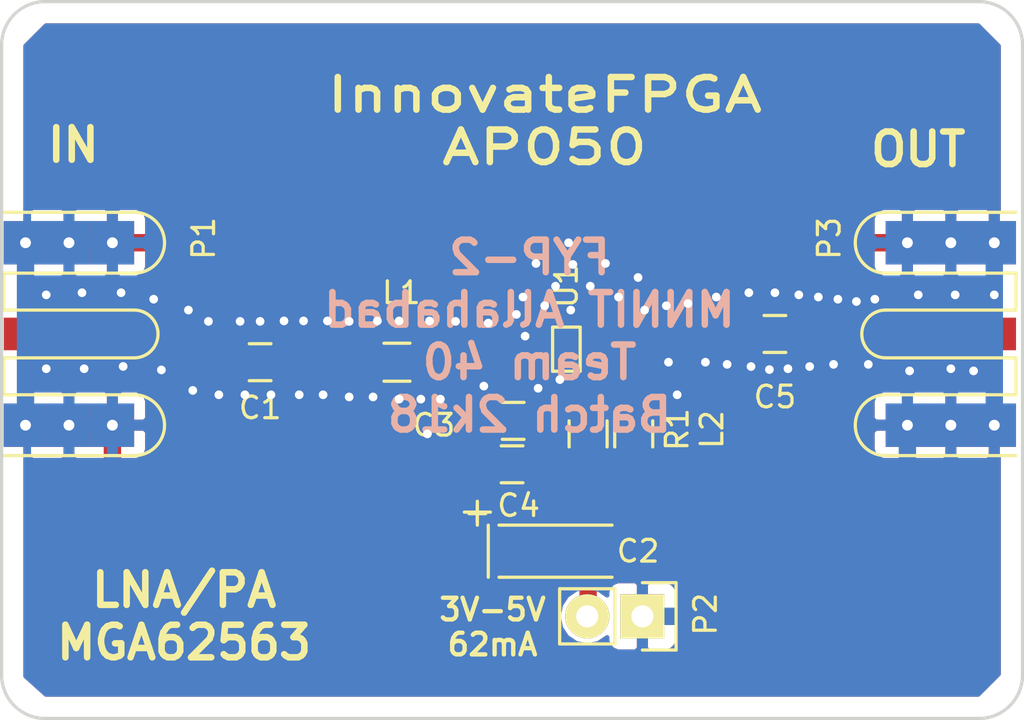
<source format=kicad_pcb>
(kicad_pcb (version 4) (host pcbnew 4.0.2+dfsg1-stable)

  (general
    (links 30)
    (no_connects 0)
    (area 134.924999 81.924999 182.075001 115.075001)
    (thickness 1.6)
    (drawings 14)
    (tracks 171)
    (zones 0)
    (modules 12)
    (nets 9)
  )

  (page A4)
  (layers
    (0 F.Cu signal)
    (31 B.Cu signal)
    (32 B.Adhes user)
    (33 F.Adhes user)
    (34 B.Paste user)
    (35 F.Paste user)
    (36 B.SilkS user)
    (37 F.SilkS user)
    (38 B.Mask user)
    (39 F.Mask user)
    (40 Dwgs.User user)
    (41 Cmts.User user)
    (42 Eco1.User user)
    (43 Eco2.User user)
    (44 Edge.Cuts user)
    (45 Margin user)
    (46 B.CrtYd user)
    (47 F.CrtYd user)
    (48 B.Fab user)
    (49 F.Fab user)
  )

  (setup
    (last_trace_width 0.25)
    (user_trace_width 0.8)
    (trace_clearance 0.2)
    (zone_clearance 0.508)
    (zone_45_only no)
    (trace_min 0.2)
    (segment_width 0.2)
    (edge_width 0.15)
    (via_size 0.6)
    (via_drill 0.4)
    (via_min_size 0.4)
    (via_min_drill 0.3)
    (user_via 0.4 0.3)
    (uvia_size 0.3)
    (uvia_drill 0.1)
    (uvias_allowed no)
    (uvia_min_size 0.2)
    (uvia_min_drill 0.1)
    (pcb_text_width 0.3)
    (pcb_text_size 1.5 1.5)
    (mod_edge_width 0.15)
    (mod_text_size 1 1)
    (mod_text_width 0.15)
    (pad_size 1.524 1.524)
    (pad_drill 0.762)
    (pad_to_mask_clearance 0.2)
    (aux_axis_origin 0 0)
    (visible_elements FFFFFF7F)
    (pcbplotparams
      (layerselection 0x00030_80000001)
      (usegerberextensions false)
      (excludeedgelayer true)
      (linewidth 0.100000)
      (plotframeref false)
      (viasonmask false)
      (mode 1)
      (useauxorigin false)
      (hpglpennumber 1)
      (hpglpenspeed 20)
      (hpglpendiameter 15)
      (hpglpenoverlay 2)
      (psnegative false)
      (psa4output false)
      (plotreference true)
      (plotvalue true)
      (plotinvisibletext false)
      (padsonsilk false)
      (subtractmaskfromsilk false)
      (outputformat 1)
      (mirror false)
      (drillshape 1)
      (scaleselection 1)
      (outputdirectory ""))
  )

  (net 0 "")
  (net 1 "Net-(C1-Pad1)")
  (net 2 "Net-(C1-Pad2)")
  (net 3 "Net-(C2-Pad2)")
  (net 4 GND)
  (net 5 "Net-(C5-Pad1)")
  (net 6 "Net-(C5-Pad2)")
  (net 7 "Net-(L1-Pad1)")
  (net 8 "Net-(R1-Pad2)")

  (net_class Default "This is the default net class."
    (clearance 0.2)
    (trace_width 0.25)
    (via_dia 0.6)
    (via_drill 0.4)
    (uvia_dia 0.3)
    (uvia_drill 0.1)
    (add_net GND)
    (add_net "Net-(C1-Pad1)")
    (add_net "Net-(C1-Pad2)")
    (add_net "Net-(C2-Pad2)")
    (add_net "Net-(C5-Pad1)")
    (add_net "Net-(C5-Pad2)")
    (add_net "Net-(L1-Pad1)")
    (add_net "Net-(R1-Pad2)")
  )

  (module Capacitors_Tantalum_SMD:TantalC_SizeA_EIA-3216_Wave (layer F.Cu) (tedit 0) (tstamp 5ABF61EE)
    (at 160.5 107.3)
    (descr "Tantal Cap. , Size A, EIA-3216, Wave,")
    (tags "Tantal Cap. , Size A, EIA-3216, Wave,")
    (path /5ABF5A11)
    (attr smd)
    (fp_text reference C2 (at 3.8 0) (layer F.SilkS)
      (effects (font (size 1 1) (thickness 0.15)))
    )
    (fp_text value 4.7u (at -0.1011 2.5964) (layer F.Fab)
      (effects (font (size 1 1) (thickness 0.15)))
    )
    (fp_text user + (at -3.59918 -1.80086) (layer F.SilkS)
      (effects (font (size 1 1) (thickness 0.15)))
    )
    (fp_line (start -2.60096 1.19888) (end 2.60096 1.19888) (layer F.SilkS) (width 0.15))
    (fp_line (start 2.60096 -1.19888) (end -2.60096 -1.19888) (layer F.SilkS) (width 0.15))
    (fp_line (start -3.59918 -2.2987) (end -3.59918 -1.19888) (layer F.SilkS) (width 0.15))
    (fp_line (start -4.19862 -1.79832) (end -2.99974 -1.79832) (layer F.SilkS) (width 0.15))
    (fp_line (start -3.09626 -1.19888) (end -3.09626 1.19888) (layer F.SilkS) (width 0.15))
    (pad 2 smd rect (at 1.50114 0) (size 2.14884 1.50114) (layers F.Cu F.Paste F.Mask)
      (net 3 "Net-(C2-Pad2)"))
    (pad 1 smd rect (at -1.50114 0) (size 2.14884 1.50114) (layers F.Cu F.Paste F.Mask)
      (net 4 GND))
    (model Capacitors_Tantalum_SMD.3dshapes/TantalC_SizeA_EIA-3216_Wave.wrl
      (at (xyz 0 0 0))
      (scale (xyz 1 1 1))
      (rotate (xyz 0 0 180))
    )
  )

  (module DAQ:SMA (layer F.Cu) (tedit 5ABB7DF9) (tstamp 5ABF6217)
    (at 137.1 97.3 90)
    (path /5ABF4776)
    (fp_text reference P1 (at 4.4 7.2 90) (layer F.SilkS)
      (effects (font (size 1 1) (thickness 0.15)))
    )
    (fp_text value SMA (at 7.3 1.2 90) (layer F.Fab)
      (effects (font (size 1 1) (thickness 0.15)))
    )
    (fp_arc (start 4.2 4) (end 5.6 4) (angle 180) (layer F.SilkS) (width 0.15))
    (fp_line (start 2.8 -2) (end 2.8 4) (layer F.SilkS) (width 0.15))
    (fp_line (start 1.1 -2) (end 2.8 -2) (layer F.SilkS) (width 0.15))
    (fp_line (start 1.1 4) (end 1.1 -2) (layer F.SilkS) (width 0.15))
    (fp_arc (start 0 4) (end 1.1 4) (angle 180) (layer F.SilkS) (width 0.15))
    (fp_line (start -1.1 -2) (end -1.1 4) (layer F.SilkS) (width 0.15))
    (fp_line (start -2.8 -2) (end -1.1 -2) (layer F.SilkS) (width 0.15))
    (fp_line (start -2.8 4) (end -2.8 -2) (layer F.SilkS) (width 0.15))
    (fp_arc (start -4.2 4) (end -2.8 4) (angle 180) (layer F.SilkS) (width 0.15))
    (fp_line (start 5.6 -2) (end 5.6 4) (layer F.SilkS) (width 0.15))
    (fp_line (start -5.6 -2) (end -5.6 4) (layer F.SilkS) (width 0.15))
    (pad 2 thru_hole rect (at -4.2 -1 90) (size 2 2) (drill 0.5) (layers *.Cu *.Paste *.Mask)
      (net 4 GND))
    (pad 2 thru_hole rect (at -4.2 1 90) (size 2 2) (drill 0.5) (layers *.Cu *.Paste *.Mask)
      (net 4 GND))
    (pad 2 thru_hole rect (at -4.2 3 90) (size 2 2) (drill 0.5) (layers *.Cu *.Paste *.Mask)
      (net 4 GND))
    (pad 2 thru_hole rect (at 4.2 -1 90) (size 2 2) (drill 0.5) (layers *.Cu *.Paste *.Mask)
      (net 4 GND))
    (pad 2 thru_hole rect (at 4.2 1 90) (size 2 2) (drill 0.5) (layers *.Cu *.Paste *.Mask)
      (net 4 GND))
    (pad 2 thru_hole rect (at 4.2 3 90) (size 2 2) (drill 0.5) (layers *.Cu *.Paste *.Mask)
      (net 4 GND))
    (pad 1 smd rect (at 0 1 90) (size 1.5 6) (layers F.Cu F.Paste F.Mask)
      (net 2 "Net-(C1-Pad2)"))
    (model "../../../../../media/subha/Study Materials/Git/Microwave_Sensor_FYP2/KiCAD_PCB_Design/DAQ/SMA_Board_Edge_Molex_732511150.wrl"
      (at (xyz 0 0.075 0))
      (scale (xyz 0.4 0.4 0.4))
      (rotate (xyz 0 0 180))
    )
  )

  (module Pin_Headers:Pin_Header_Straight_1x02 (layer F.Cu) (tedit 54EA090C) (tstamp 5ABF621D)
    (at 164.5 110.3 270)
    (descr "Through hole pin header")
    (tags "pin header")
    (path /5ABF5804)
    (fp_text reference P2 (at -0.1 -2.9 270) (layer F.SilkS)
      (effects (font (size 1 1) (thickness 0.15)))
    )
    (fp_text value 3V_SUPPLY (at -2.5 -3.46 270) (layer F.Fab)
      (effects (font (size 1 1) (thickness 0.15)))
    )
    (fp_line (start 1.27 1.27) (end 1.27 3.81) (layer F.SilkS) (width 0.15))
    (fp_line (start 1.55 -1.55) (end 1.55 0) (layer F.SilkS) (width 0.15))
    (fp_line (start -1.75 -1.75) (end -1.75 4.3) (layer F.CrtYd) (width 0.05))
    (fp_line (start 1.75 -1.75) (end 1.75 4.3) (layer F.CrtYd) (width 0.05))
    (fp_line (start -1.75 -1.75) (end 1.75 -1.75) (layer F.CrtYd) (width 0.05))
    (fp_line (start -1.75 4.3) (end 1.75 4.3) (layer F.CrtYd) (width 0.05))
    (fp_line (start 1.27 1.27) (end -1.27 1.27) (layer F.SilkS) (width 0.15))
    (fp_line (start -1.55 0) (end -1.55 -1.55) (layer F.SilkS) (width 0.15))
    (fp_line (start -1.55 -1.55) (end 1.55 -1.55) (layer F.SilkS) (width 0.15))
    (fp_line (start -1.27 1.27) (end -1.27 3.81) (layer F.SilkS) (width 0.15))
    (fp_line (start -1.27 3.81) (end 1.27 3.81) (layer F.SilkS) (width 0.15))
    (pad 1 thru_hole rect (at 0 0 270) (size 2.032 2.032) (drill 1.016) (layers *.Cu *.Mask F.SilkS)
      (net 4 GND))
    (pad 2 thru_hole oval (at 0 2.54 270) (size 2.032 2.032) (drill 1.016) (layers *.Cu *.Mask F.SilkS)
      (net 3 "Net-(C2-Pad2)"))
    (model Pin_Headers.3dshapes/Pin_Header_Straight_1x02.wrl
      (at (xyz 0 -0.05 0))
      (scale (xyz 1 1 1))
      (rotate (xyz 0 0 90))
    )
  )

  (module DAQ:SMA (layer F.Cu) (tedit 5ABB7DF9) (tstamp 5ABF6228)
    (at 179.7 97.3 270)
    (path /5ABF4FDA)
    (fp_text reference P3 (at -4.4 6.6 270) (layer F.SilkS)
      (effects (font (size 1 1) (thickness 0.15)))
    )
    (fp_text value SMA (at 7.3 1.2 270) (layer F.Fab)
      (effects (font (size 1 1) (thickness 0.15)))
    )
    (fp_arc (start 4.2 4) (end 5.6 4) (angle 180) (layer F.SilkS) (width 0.15))
    (fp_line (start 2.8 -2) (end 2.8 4) (layer F.SilkS) (width 0.15))
    (fp_line (start 1.1 -2) (end 2.8 -2) (layer F.SilkS) (width 0.15))
    (fp_line (start 1.1 4) (end 1.1 -2) (layer F.SilkS) (width 0.15))
    (fp_arc (start 0 4) (end 1.1 4) (angle 180) (layer F.SilkS) (width 0.15))
    (fp_line (start -1.1 -2) (end -1.1 4) (layer F.SilkS) (width 0.15))
    (fp_line (start -2.8 -2) (end -1.1 -2) (layer F.SilkS) (width 0.15))
    (fp_line (start -2.8 4) (end -2.8 -2) (layer F.SilkS) (width 0.15))
    (fp_arc (start -4.2 4) (end -2.8 4) (angle 180) (layer F.SilkS) (width 0.15))
    (fp_line (start 5.6 -2) (end 5.6 4) (layer F.SilkS) (width 0.15))
    (fp_line (start -5.6 -2) (end -5.6 4) (layer F.SilkS) (width 0.15))
    (pad 2 thru_hole rect (at -4.2 -1 270) (size 2 2) (drill 0.5) (layers *.Cu *.Paste *.Mask)
      (net 4 GND))
    (pad 2 thru_hole rect (at -4.2 1 270) (size 2 2) (drill 0.5) (layers *.Cu *.Paste *.Mask)
      (net 4 GND))
    (pad 2 thru_hole rect (at -4.2 3 270) (size 2 2) (drill 0.5) (layers *.Cu *.Paste *.Mask)
      (net 4 GND))
    (pad 2 thru_hole rect (at 4.2 -1 270) (size 2 2) (drill 0.5) (layers *.Cu *.Paste *.Mask)
      (net 4 GND))
    (pad 2 thru_hole rect (at 4.2 1 270) (size 2 2) (drill 0.5) (layers *.Cu *.Paste *.Mask)
      (net 4 GND))
    (pad 2 thru_hole rect (at 4.2 3 270) (size 2 2) (drill 0.5) (layers *.Cu *.Paste *.Mask)
      (net 4 GND))
    (pad 1 smd rect (at 0 1 270) (size 1.5 6) (layers F.Cu F.Paste F.Mask)
      (net 5 "Net-(C5-Pad1)"))
    (model "../../../../../media/subha/Study Materials/Git/Microwave_Sensor_FYP2/KiCAD_PCB_Design/DAQ/SMA_Board_Edge_Molex_732511150.wrl"
      (at (xyz 0 0.075 0))
      (scale (xyz 0.4 0.4 0.4))
      (rotate (xyz 0 0 180))
    )
  )

  (module DAQ:SOT-363 (layer F.Cu) (tedit 5ABF6141) (tstamp 5ABF6238)
    (at 161 98)
    (descr SOT353)
    (path /5ABF554F)
    (attr smd)
    (fp_text reference U1 (at 0 -2.9 90) (layer F.SilkS)
      (effects (font (size 1 1) (thickness 0.15)))
    )
    (fp_text value MGA-62563 (at 0.09906 0 90) (layer F.Fab)
      (effects (font (size 1 1) (thickness 0.15)))
    )
    (fp_line (start 0.635 1.016) (end 0.635 -1.016) (layer F.SilkS) (width 0.15))
    (fp_line (start 0.635 -1.016) (end -0.635 -1.016) (layer F.SilkS) (width 0.15))
    (fp_line (start -0.635 -1.016) (end -0.635 1.016) (layer F.SilkS) (width 0.15))
    (fp_line (start -0.635 1.016) (end 0.635 1.016) (layer F.SilkS) (width 0.15))
    (pad 1 smd rect (at -1.016 -0.635) (size 0.508 0.3048) (layers F.Cu F.Paste F.Mask)
      (net 4 GND))
    (pad 3 smd rect (at -1.016 0.635) (size 0.508 0.3048) (layers F.Cu F.Paste F.Mask)
      (net 7 "Net-(L1-Pad1)"))
    (pad 5 smd rect (at 1.016 0) (size 0.508 0.3048) (layers F.Cu F.Paste F.Mask)
      (net 4 GND))
    (pad 2 smd rect (at -1.016 0) (size 0.508 0.3048) (layers F.Cu F.Paste F.Mask)
      (net 4 GND))
    (pad 4 smd rect (at 1.016 0.635) (size 0.508 0.3048) (layers F.Cu F.Paste F.Mask)
      (net 8 "Net-(R1-Pad2)"))
    (pad 6 smd rect (at 1.016 -0.7) (size 0.508 0.3048) (layers F.Cu F.Paste F.Mask)
      (net 6 "Net-(C5-Pad2)"))
    (model TO_SOT_Packages_SMD.3dshapes/SOT-353.wrl
      (at (xyz 0 0 0))
      (scale (xyz 0.07000000000000001 0.09 0.08))
      (rotate (xyz 0 0 90))
    )
  )

  (module Capacitors_SMD:C_0805_HandSoldering (layer F.Cu) (tedit 541A9B8D) (tstamp 5ABF6E1D)
    (at 146.9 98.6 180)
    (descr "Capacitor SMD 0805, hand soldering")
    (tags "capacitor 0805")
    (path /5ABF47BB)
    (attr smd)
    (fp_text reference C1 (at 0 -2.1 180) (layer F.SilkS)
      (effects (font (size 1 1) (thickness 0.15)))
    )
    (fp_text value 10p (at 0 2.1 180) (layer F.Fab)
      (effects (font (size 1 1) (thickness 0.15)))
    )
    (fp_line (start -2.3 -1) (end 2.3 -1) (layer F.CrtYd) (width 0.05))
    (fp_line (start -2.3 1) (end 2.3 1) (layer F.CrtYd) (width 0.05))
    (fp_line (start -2.3 -1) (end -2.3 1) (layer F.CrtYd) (width 0.05))
    (fp_line (start 2.3 -1) (end 2.3 1) (layer F.CrtYd) (width 0.05))
    (fp_line (start 0.5 -0.85) (end -0.5 -0.85) (layer F.SilkS) (width 0.15))
    (fp_line (start -0.5 0.85) (end 0.5 0.85) (layer F.SilkS) (width 0.15))
    (pad 1 smd rect (at -1.25 0 180) (size 1.5 1.25) (layers F.Cu F.Paste F.Mask)
      (net 1 "Net-(C1-Pad1)"))
    (pad 2 smd rect (at 1.25 0 180) (size 1.5 1.25) (layers F.Cu F.Paste F.Mask)
      (net 2 "Net-(C1-Pad2)"))
    (model Capacitors_SMD.3dshapes/C_0805_HandSoldering.wrl
      (at (xyz 0 0 0))
      (scale (xyz 1 1 1))
      (rotate (xyz 0 0 0))
    )
  )

  (module Capacitors_SMD:C_0805_HandSoldering (layer F.Cu) (tedit 541A9B8D) (tstamp 5ABF6E23)
    (at 158.55 101.3)
    (descr "Capacitor SMD 0805, hand soldering")
    (tags "capacitor 0805")
    (path /5ABF622B)
    (attr smd)
    (fp_text reference C3 (at -3.65 0.2) (layer F.SilkS)
      (effects (font (size 1 1) (thickness 0.15)))
    )
    (fp_text value 180p (at 0 2.1) (layer F.Fab)
      (effects (font (size 1 1) (thickness 0.15)))
    )
    (fp_line (start -2.3 -1) (end 2.3 -1) (layer F.CrtYd) (width 0.05))
    (fp_line (start -2.3 1) (end 2.3 1) (layer F.CrtYd) (width 0.05))
    (fp_line (start -2.3 -1) (end -2.3 1) (layer F.CrtYd) (width 0.05))
    (fp_line (start 2.3 -1) (end 2.3 1) (layer F.CrtYd) (width 0.05))
    (fp_line (start 0.5 -0.85) (end -0.5 -0.85) (layer F.SilkS) (width 0.15))
    (fp_line (start -0.5 0.85) (end 0.5 0.85) (layer F.SilkS) (width 0.15))
    (pad 1 smd rect (at -1.25 0) (size 1.5 1.25) (layers F.Cu F.Paste F.Mask)
      (net 4 GND))
    (pad 2 smd rect (at 1.25 0) (size 1.5 1.25) (layers F.Cu F.Paste F.Mask)
      (net 3 "Net-(C2-Pad2)"))
    (model Capacitors_SMD.3dshapes/C_0805_HandSoldering.wrl
      (at (xyz 0 0 0))
      (scale (xyz 1 1 1))
      (rotate (xyz 0 0 0))
    )
  )

  (module Capacitors_SMD:C_0805_HandSoldering (layer F.Cu) (tedit 541A9B8D) (tstamp 5ABF6E29)
    (at 158.5 103.3)
    (descr "Capacitor SMD 0805, hand soldering")
    (tags "capacitor 0805")
    (path /5ABF4F71)
    (attr smd)
    (fp_text reference C4 (at 0.3 1.9) (layer F.SilkS)
      (effects (font (size 1 1) (thickness 0.15)))
    )
    (fp_text value 180p (at 0 2.1) (layer F.Fab)
      (effects (font (size 1 1) (thickness 0.15)))
    )
    (fp_line (start -2.3 -1) (end 2.3 -1) (layer F.CrtYd) (width 0.05))
    (fp_line (start -2.3 1) (end 2.3 1) (layer F.CrtYd) (width 0.05))
    (fp_line (start -2.3 -1) (end -2.3 1) (layer F.CrtYd) (width 0.05))
    (fp_line (start 2.3 -1) (end 2.3 1) (layer F.CrtYd) (width 0.05))
    (fp_line (start 0.5 -0.85) (end -0.5 -0.85) (layer F.SilkS) (width 0.15))
    (fp_line (start -0.5 0.85) (end 0.5 0.85) (layer F.SilkS) (width 0.15))
    (pad 1 smd rect (at -1.25 0) (size 1.5 1.25) (layers F.Cu F.Paste F.Mask)
      (net 4 GND))
    (pad 2 smd rect (at 1.25 0) (size 1.5 1.25) (layers F.Cu F.Paste F.Mask)
      (net 3 "Net-(C2-Pad2)"))
    (model Capacitors_SMD.3dshapes/C_0805_HandSoldering.wrl
      (at (xyz 0 0 0))
      (scale (xyz 1 1 1))
      (rotate (xyz 0 0 0))
    )
  )

  (module Capacitors_SMD:C_0805_HandSoldering (layer F.Cu) (tedit 541A9B8D) (tstamp 5ABF6E2F)
    (at 170.6 97.3 180)
    (descr "Capacitor SMD 0805, hand soldering")
    (tags "capacitor 0805")
    (path /5ABF65C8)
    (attr smd)
    (fp_text reference C5 (at 0 -2.9 180) (layer F.SilkS)
      (effects (font (size 1 1) (thickness 0.15)))
    )
    (fp_text value 10p (at 0 2.1 180) (layer F.Fab)
      (effects (font (size 1 1) (thickness 0.15)))
    )
    (fp_line (start -2.3 -1) (end 2.3 -1) (layer F.CrtYd) (width 0.05))
    (fp_line (start -2.3 1) (end 2.3 1) (layer F.CrtYd) (width 0.05))
    (fp_line (start -2.3 -1) (end -2.3 1) (layer F.CrtYd) (width 0.05))
    (fp_line (start 2.3 -1) (end 2.3 1) (layer F.CrtYd) (width 0.05))
    (fp_line (start 0.5 -0.85) (end -0.5 -0.85) (layer F.SilkS) (width 0.15))
    (fp_line (start -0.5 0.85) (end 0.5 0.85) (layer F.SilkS) (width 0.15))
    (pad 1 smd rect (at -1.25 0 180) (size 1.5 1.25) (layers F.Cu F.Paste F.Mask)
      (net 5 "Net-(C5-Pad1)"))
    (pad 2 smd rect (at 1.25 0 180) (size 1.5 1.25) (layers F.Cu F.Paste F.Mask)
      (net 6 "Net-(C5-Pad2)"))
    (model Capacitors_SMD.3dshapes/C_0805_HandSoldering.wrl
      (at (xyz 0 0 0))
      (scale (xyz 1 1 1))
      (rotate (xyz 0 0 0))
    )
  )

  (module Resistors_SMD:R_0805_HandSoldering (layer F.Cu) (tedit 54189DEE) (tstamp 5ABF6E35)
    (at 162 101.9 90)
    (descr "Resistor SMD 0805, hand soldering")
    (tags "resistor 0805")
    (path /5ABF4F19)
    (attr smd)
    (fp_text reference R1 (at 0.2 4.1 90) (layer F.SilkS)
      (effects (font (size 1 1) (thickness 0.15)))
    )
    (fp_text value 220 (at 0 2.1 90) (layer F.Fab)
      (effects (font (size 1 1) (thickness 0.15)))
    )
    (fp_line (start -2.4 -1) (end 2.4 -1) (layer F.CrtYd) (width 0.05))
    (fp_line (start -2.4 1) (end 2.4 1) (layer F.CrtYd) (width 0.05))
    (fp_line (start -2.4 -1) (end -2.4 1) (layer F.CrtYd) (width 0.05))
    (fp_line (start 2.4 -1) (end 2.4 1) (layer F.CrtYd) (width 0.05))
    (fp_line (start 0.6 0.875) (end -0.6 0.875) (layer F.SilkS) (width 0.15))
    (fp_line (start -0.6 -0.875) (end 0.6 -0.875) (layer F.SilkS) (width 0.15))
    (pad 1 smd rect (at -1.35 0 90) (size 1.5 1.3) (layers F.Cu F.Paste F.Mask)
      (net 3 "Net-(C2-Pad2)"))
    (pad 2 smd rect (at 1.35 0 90) (size 1.5 1.3) (layers F.Cu F.Paste F.Mask)
      (net 8 "Net-(R1-Pad2)"))
    (model Resistors_SMD.3dshapes/R_0805_HandSoldering.wrl
      (at (xyz 0 0 0))
      (scale (xyz 1 1 1))
      (rotate (xyz 0 0 0))
    )
  )

  (module Resistors_SMD:R_0805_HandSoldering (layer F.Cu) (tedit 54189DEE) (tstamp 5ABF6EC0)
    (at 153.2 98.6 180)
    (descr "Resistor SMD 0805, hand soldering")
    (tags "resistor 0805")
    (path /5ABF47EC)
    (attr smd)
    (fp_text reference L1 (at -0.2 3.2 180) (layer F.SilkS)
      (effects (font (size 1 1) (thickness 0.15)))
    )
    (fp_text value 2.2n (at 0 2.1 180) (layer F.Fab)
      (effects (font (size 1 1) (thickness 0.15)))
    )
    (fp_line (start -2.4 -1) (end 2.4 -1) (layer F.CrtYd) (width 0.05))
    (fp_line (start -2.4 1) (end 2.4 1) (layer F.CrtYd) (width 0.05))
    (fp_line (start -2.4 -1) (end -2.4 1) (layer F.CrtYd) (width 0.05))
    (fp_line (start 2.4 -1) (end 2.4 1) (layer F.CrtYd) (width 0.05))
    (fp_line (start 0.6 0.875) (end -0.6 0.875) (layer F.SilkS) (width 0.15))
    (fp_line (start -0.6 -0.875) (end 0.6 -0.875) (layer F.SilkS) (width 0.15))
    (pad 1 smd rect (at -1.35 0 180) (size 1.5 1.3) (layers F.Cu F.Paste F.Mask)
      (net 7 "Net-(L1-Pad1)"))
    (pad 2 smd rect (at 1.35 0 180) (size 1.5 1.3) (layers F.Cu F.Paste F.Mask)
      (net 1 "Net-(C1-Pad1)"))
    (model Resistors_SMD.3dshapes/R_0805_HandSoldering.wrl
      (at (xyz 0 0 0))
      (scale (xyz 1 1 1))
      (rotate (xyz 0 0 0))
    )
  )

  (module Resistors_SMD:R_0805_HandSoldering (layer F.Cu) (tedit 54189DEE) (tstamp 5ABF6EC6)
    (at 164.1 101.9 90)
    (descr "Resistor SMD 0805, hand soldering")
    (tags "resistor 0805")
    (path /5ABF4F40)
    (attr smd)
    (fp_text reference L2 (at 0.2 3.6 90) (layer F.SilkS)
      (effects (font (size 1 1) (thickness 0.15)))
    )
    (fp_text value 100n (at 0 2.1 90) (layer F.Fab)
      (effects (font (size 1 1) (thickness 0.15)))
    )
    (fp_line (start -2.4 -1) (end 2.4 -1) (layer F.CrtYd) (width 0.05))
    (fp_line (start -2.4 1) (end 2.4 1) (layer F.CrtYd) (width 0.05))
    (fp_line (start -2.4 -1) (end -2.4 1) (layer F.CrtYd) (width 0.05))
    (fp_line (start 2.4 -1) (end 2.4 1) (layer F.CrtYd) (width 0.05))
    (fp_line (start 0.6 0.875) (end -0.6 0.875) (layer F.SilkS) (width 0.15))
    (fp_line (start -0.6 -0.875) (end 0.6 -0.875) (layer F.SilkS) (width 0.15))
    (pad 1 smd rect (at -1.35 0 90) (size 1.5 1.3) (layers F.Cu F.Paste F.Mask)
      (net 3 "Net-(C2-Pad2)"))
    (pad 2 smd rect (at 1.35 0 90) (size 1.5 1.3) (layers F.Cu F.Paste F.Mask)
      (net 6 "Net-(C5-Pad2)"))
    (model Resistors_SMD.3dshapes/R_0805_HandSoldering.wrl
      (at (xyz 0 0 0))
      (scale (xyz 1 1 1))
      (rotate (xyz 0 0 0))
    )
  )

  (gr_text "3V-5V\n62mA\n\n" (at 157.6 111.6) (layer F.SilkS)
    (effects (font (size 1 1) (thickness 0.2)))
  )
  (gr_text "FYP-2\nMNNIT Allahabad\nTeam 40\nBatch 2k18\n" (at 159.3 97.4) (layer B.SilkS)
    (effects (font (size 1.5 1.5) (thickness 0.3)) (justify mirror))
  )
  (gr_text "InnovateFPGA\nAP050\n" (at 160 87.5) (layer F.SilkS)
    (effects (font (size 1.5 2) (thickness 0.3)))
  )
  (gr_text "OUT\n" (at 177.2 88.8) (layer F.SilkS)
    (effects (font (size 1.5 1.5) (thickness 0.3)))
  )
  (gr_text "IN\n" (at 138.3 88.6) (layer F.SilkS)
    (effects (font (size 1.5 1.5) (thickness 0.3)))
  )
  (gr_text "LNA/PA\nMGA62563" (at 143.4 110.3) (layer F.SilkS)
    (effects (font (size 1.5 1.5) (thickness 0.3)))
  )
  (gr_arc (start 180 113) (end 182 113) (angle 90) (layer Edge.Cuts) (width 0.15))
  (gr_arc (start 137 113) (end 137 115) (angle 90) (layer Edge.Cuts) (width 0.15))
  (gr_arc (start 180 84) (end 180 82) (angle 90) (layer Edge.Cuts) (width 0.15))
  (gr_arc (start 137 84) (end 135 84) (angle 90) (layer Edge.Cuts) (width 0.15))
  (gr_line (start 182 84) (end 182 113) (layer Edge.Cuts) (width 0.15))
  (gr_line (start 135 84) (end 135 113) (layer Edge.Cuts) (width 0.15))
  (gr_line (start 180 82) (end 137 82) (layer Edge.Cuts) (width 0.15))
  (gr_line (start 180 115) (end 137 115) (layer Edge.Cuts) (width 0.15))

  (segment (start 157.404308 96.8) (end 157.40417 96.799862) (width 0.25) (layer B.Cu) (net 0))
  (segment (start 157.7 96.8) (end 157.404308 96.8) (width 0.25) (layer B.Cu) (net 0))
  (via (at 157.40417 96.799862) (size 0.6) (drill 0.4) (layers F.Cu B.Cu) (net 0))
  (via (at 170.6 95.4) (size 0.6) (drill 0.4) (layers F.Cu B.Cu) (net 0))
  (via (at 169.4 95.4) (size 0.6) (drill 0.4) (layers F.Cu B.Cu) (net 0))
  (via (at 167.9 95.6) (size 0.6) (drill 0.4) (layers F.Cu B.Cu) (net 0))
  (segment (start 174.352592 95.805926) (end 174.358518 95.8) (width 0.25) (layer B.Cu) (net 0))
  (segment (start 174.3 95.7) (end 174.3 95.753334) (width 0.25) (layer F.Cu) (net 0))
  (segment (start 174.3 95.753334) (end 174.352592 95.805926) (width 0.25) (layer F.Cu) (net 0))
  (via (at 174.352592 95.805926) (size 0.6) (drill 0.4) (layers F.Cu B.Cu) (net 0))
  (via (at 172.6 95.6) (size 0.6) (drill 0.4) (layers F.Cu B.Cu) (net 0))
  (via (at 168.4 98.7) (size 0.6) (drill 0.4) (layers F.Cu B.Cu) (net 0))
  (segment (start 170.2 98.9) (end 170.307419 98.9) (width 0.25) (layer F.Cu) (net 0))
  (segment (start 170.307419 98.9) (end 170.346911 98.939492) (width 0.25) (layer F.Cu) (net 0))
  (via (at 170.346911 98.939492) (size 0.6) (drill 0.4) (layers F.Cu B.Cu) (net 0))
  (via (at 172.2 98.8) (size 0.6) (drill 0.4) (layers F.Cu B.Cu) (net 0))
  (via (at 165.6 96) (size 0.6) (drill 0.4) (layers F.Cu B.Cu) (net 0))
  (via (at 164.3 94.7) (size 0.6) (drill 0.4) (layers F.Cu B.Cu) (net 0))
  (via (at 158.7 96.4) (size 0.6) (drill 0.4) (layers F.Cu B.Cu) (net 0))
  (via (at 160 96) (size 0.6) (drill 0.4) (layers F.Cu B.Cu) (net 0))
  (via (at 154.3 100.3) (size 0.6) (drill 0.4) (layers F.Cu B.Cu) (net 0))
  (via (at 152.1 100.2) (size 0.6) (drill 0.4) (layers F.Cu B.Cu) (net 0))
  (via (at 149.8 100.1) (size 0.6) (drill 0.4) (layers F.Cu B.Cu) (net 0))
  (via (at 147.4 100.1) (size 0.6) (drill 0.4) (layers F.Cu B.Cu) (net 0))
  (via (at 145 100.1) (size 0.6) (drill 0.4) (layers F.Cu B.Cu) (net 0))
  (segment (start 145.5 96.8) (end 145.9 96.8) (width 0.25) (layer B.Cu) (net 0))
  (segment (start 145.9 96.8) (end 145.97901 96.72099) (width 0.25) (layer B.Cu) (net 0))
  (via (at 145.97901 96.72099) (size 0.6) (drill 0.4) (layers F.Cu B.Cu) (net 0))
  (segment (start 144.6 96.8) (end 144.52099 96.72099) (width 0.25) (layer F.Cu) (net 0))
  (via (at 144.52099 96.72099) (size 0.6) (drill 0.4) (layers F.Cu B.Cu) (net 0))
  (via (at 148 96.7) (size 0.6) (drill 0.4) (layers F.Cu B.Cu) (net 0))
  (via (at 154.7 96.7) (size 0.6) (drill 0.4) (layers F.Cu B.Cu) (net 0))
  (via (at 152.3 96.7) (size 0.6) (drill 0.4) (layers F.Cu B.Cu) (net 0))
  (via (at 150 96.7) (size 0.6) (drill 0.4) (layers F.Cu B.Cu) (net 0))
  (segment (start 154.5 101.9) (end 154.6 101.9) (width 0.25) (layer F.Cu) (net 0))
  (via (at 154.6 101.9) (size 0.6) (drill 0.4) (layers F.Cu B.Cu) (net 0))
  (segment (start 166.2 100.1) (end 166.1 100.1) (width 0.25) (layer F.Cu) (net 0))
  (via (at 166.1 100.1) (size 0.6) (drill 0.4) (layers F.Cu B.Cu) (net 0))
  (segment (start 180.1 99) (end 179.74599 99) (width 0.25) (layer F.Cu) (net 0))
  (via (at 179.74599 99) (size 0.6) (drill 0.4) (layers F.Cu B.Cu) (net 0))
  (via (at 178.7 98.9) (size 0.6) (drill 0.4) (layers F.Cu B.Cu) (net 0))
  (via (at 176.8 99) (size 0.6) (drill 0.4) (layers F.Cu B.Cu) (net 0))
  (segment (start 175 98.7) (end 174.9 98.7) (width 0.25) (layer F.Cu) (net 0))
  (via (at 174.9 98.7) (size 0.6) (drill 0.4) (layers F.Cu B.Cu) (net 0))
  (via (at 173.3 98.7) (size 0.6) (drill 0.4) (layers F.Cu B.Cu) (net 0))
  (via (at 171.2 98.9) (size 0.6) (drill 0.4) (layers F.Cu B.Cu) (net 0))
  (segment (start 169.6 98.8) (end 169.5 98.8) (width 0.25) (layer F.Cu) (net 0))
  (via (at 169.5 98.8) (size 0.6) (drill 0.4) (layers F.Cu B.Cu) (net 0))
  (via (at 167.4 98.6) (size 0.6) (drill 0.4) (layers F.Cu B.Cu) (net 0))
  (via (at 165.7 98.6) (size 0.6) (drill 0.4) (layers F.Cu B.Cu) (net 0))
  (via (at 157.2 99.7) (size 0.6) (drill 0.4) (layers F.Cu B.Cu) (net 0))
  (via (at 160.7 99.4) (size 0.6) (drill 0.4) (layers F.Cu B.Cu) (net 0))
  (via (at 159.7 99.8) (size 0.6) (drill 0.4) (layers F.Cu B.Cu) (net 0))
  (via (at 161.3 94.1) (size 0.6) (drill 0.4) (layers F.Cu B.Cu) (net 0))
  (segment (start 162.8 93.9) (end 162.8 94.05401) (width 0.25) (layer F.Cu) (net 0))
  (via (at 162.8 94.05401) (size 0.6) (drill 0.4) (layers F.Cu B.Cu) (net 0))
  (segment (start 159.6 93.7) (end 159.6 94.05401) (width 0.25) (layer B.Cu) (net 0))
  (via (at 159.6 94.05401) (size 0.6) (drill 0.4) (layers F.Cu B.Cu) (net 0))
  (via (at 161.2 96.2) (size 0.6) (drill 0.4) (layers F.Cu B.Cu) (net 0))
  (via (at 178.9 95.5) (size 0.6) (drill 0.4) (layers F.Cu B.Cu) (net 0))
  (via (at 177.2 95.5) (size 0.6) (drill 0.4) (layers F.Cu B.Cu) (net 0))
  (via (at 175.2 95.7) (size 0.6) (drill 0.4) (layers F.Cu B.Cu) (net 0))
  (via (at 173.5 95.7) (size 0.6) (drill 0.4) (layers F.Cu B.Cu) (net 0))
  (via (at 171.7 95.5) (size 0.6) (drill 0.4) (layers F.Cu B.Cu) (net 0))
  (via (at 166.6 95.9) (size 0.6) (drill 0.4) (layers F.Cu B.Cu) (net 0))
  (via (at 164.6 96.2) (size 0.6) (drill 0.4) (layers F.Cu B.Cu) (net 0))
  (via (at 163.4 95.6) (size 0.6) (drill 0.4) (layers F.Cu B.Cu) (net 0))
  (via (at 162.1 95.1) (size 0.6) (drill 0.4) (layers F.Cu B.Cu) (net 0))
  (segment (start 160.6 95.1) (end 160.5 95.1) (width 0.25) (layer F.Cu) (net 0))
  (via (at 160.5 95.1) (size 0.6) (drill 0.4) (layers F.Cu B.Cu) (net 0))
  (via (at 159 95.6) (size 0.6) (drill 0.4) (layers F.Cu B.Cu) (net 0))
  (via (at 155.2 100.3) (size 0.6) (drill 0.4) (layers F.Cu B.Cu) (net 0))
  (via (at 153.3 100.3) (size 0.6) (drill 0.4) (layers F.Cu B.Cu) (net 0))
  (via (at 151 100.2) (size 0.6) (drill 0.4) (layers F.Cu B.Cu) (net 0))
  (via (at 148.7 100.1) (size 0.6) (drill 0.4) (layers F.Cu B.Cu) (net 0))
  (via (at 146.2 100.1) (size 0.6) (drill 0.4) (layers F.Cu B.Cu) (net 0))
  (via (at 143.8 99.9) (size 0.6) (drill 0.4) (layers F.Cu B.Cu) (net 0))
  (segment (start 142.3 98.9) (end 142.355133 98.955133) (width 0.25) (layer F.Cu) (net 0))
  (via (at 142.355133 98.955133) (size 0.6) (drill 0.4) (layers F.Cu B.Cu) (net 0))
  (segment (start 140.7 98.9) (end 140.594868 98.794868) (width 0.25) (layer F.Cu) (net 0))
  (via (at 140.594868 98.794868) (size 0.6) (drill 0.4) (layers F.Cu B.Cu) (net 0))
  (via (at 138.8 98.9) (size 0.6) (drill 0.4) (layers F.Cu B.Cu) (net 0))
  (segment (start 137 98.9) (end 137.05401 98.9) (width 0.25) (layer F.Cu) (net 0))
  (via (at 137.05401 98.9) (size 0.6) (drill 0.4) (layers F.Cu B.Cu) (net 0))
  (segment (start 155.9 96.8) (end 155.9 96.72099) (width 0.25) (layer F.Cu) (net 0))
  (via (at 155.9 96.72099) (size 0.6) (drill 0.4) (layers F.Cu B.Cu) (net 0))
  (via (at 153.3 96.7) (size 0.6) (drill 0.4) (layers F.Cu B.Cu) (net 0))
  (segment (start 150.9 96.8) (end 150.92099 96.8) (width 0.25) (layer B.Cu) (net 0))
  (segment (start 150.92099 96.8) (end 151 96.72099) (width 0.25) (layer B.Cu) (net 0))
  (via (at 151 96.72099) (size 0.6) (drill 0.4) (layers F.Cu B.Cu) (net 0))
  (via (at 148.9 96.7) (size 0.6) (drill 0.4) (layers F.Cu B.Cu) (net 0))
  (segment (start 146.9 96.8) (end 146.9 96.72099) (width 0.25) (layer F.Cu) (net 0))
  (via (at 146.9 96.72099) (size 0.6) (drill 0.4) (layers F.Cu B.Cu) (net 0))
  (segment (start 145.3 96.8) (end 145.27901 96.8) (width 0.25) (layer F.Cu) (net 0))
  (segment (start 145.27901 96.8) (end 145.2 96.72099) (width 0.25) (layer F.Cu) (net 0))
  (via (at 143.6 96.2) (size 0.6) (drill 0.4) (layers F.Cu B.Cu) (net 0))
  (via (at 142 95.7) (size 0.6) (drill 0.4) (layers F.Cu B.Cu) (net 0))
  (via (at 140.5 95.4) (size 0.6) (drill 0.4) (layers F.Cu B.Cu) (net 0))
  (via (at 138.7 95.4) (size 0.6) (drill 0.4) (layers F.Cu B.Cu) (net 0))
  (segment (start 136.9 95.5) (end 137.05401 95.5) (width 0.25) (layer F.Cu) (net 0))
  (via (at 137.05401 95.5) (size 0.6) (drill 0.4) (layers F.Cu B.Cu) (net 0))
  (segment (start 148.15 98.6) (end 151.85 98.6) (width 0.8) (layer F.Cu) (net 1))
  (segment (start 138.1 97.3) (end 142.937647 97.3) (width 0.8) (layer F.Cu) (net 2))
  (segment (start 142.937647 97.3) (end 144.237647 98.6) (width 0.8) (layer F.Cu) (net 2))
  (segment (start 144.237647 98.6) (end 145.3 98.6) (width 0.8) (layer F.Cu) (net 2))
  (segment (start 162.00114 105.74943) (end 162 105.74829) (width 0.8) (layer F.Cu) (net 3))
  (segment (start 162 105.74829) (end 162 103.25) (width 0.8) (layer F.Cu) (net 3))
  (segment (start 159.75 103.3) (end 159.75 101.35) (width 0.8) (layer F.Cu) (net 3))
  (segment (start 159.75 101.35) (end 159.8 101.3) (width 0.8) (layer F.Cu) (net 3))
  (segment (start 162 103.25) (end 159.8 103.25) (width 0.8) (layer F.Cu) (net 3))
  (segment (start 159.8 103.25) (end 159.75 103.3) (width 0.8) (layer F.Cu) (net 3))
  (segment (start 164.1 103.25) (end 162 103.25) (width 0.8) (layer F.Cu) (net 3))
  (segment (start 162.00114 107.3) (end 162.00114 105.74943) (width 0.8) (layer F.Cu) (net 3))
  (segment (start 162.00114 107.3) (end 162.00114 110.25886) (width 0.8) (layer F.Cu) (net 3))
  (segment (start 162.00114 110.25886) (end 161.96 110.3) (width 0.8) (layer F.Cu) (net 3))
  (segment (start 159.1 97.4) (end 158.800001 97.699999) (width 0.25) (layer B.Cu) (net 4))
  (segment (start 158.800001 97.699999) (end 157.348615 97.699999) (width 0.25) (layer B.Cu) (net 4))
  (segment (start 140.1 100.25) (end 140.1 101.5) (width 0.25) (layer B.Cu) (net 4))
  (segment (start 157.348615 97.699999) (end 157.048616 97.4) (width 0.25) (layer B.Cu) (net 4))
  (segment (start 157.048616 97.4) (end 142.95 97.4) (width 0.25) (layer B.Cu) (net 4))
  (segment (start 142.95 97.4) (end 140.1 100.25) (width 0.25) (layer B.Cu) (net 4))
  (segment (start 161.1 93.1) (end 176.7 93.1) (width 0.8) (layer F.Cu) (net 4))
  (segment (start 140.1 93.1) (end 161.1 93.1) (width 0.8) (layer F.Cu) (net 4))
  (via (at 161.1 93.1) (size 0.6) (drill 0.4) (layers F.Cu B.Cu) (net 4))
  (segment (start 180.7 95.5) (end 180.7 101.5) (width 0.8) (layer B.Cu) (net 4))
  (segment (start 180.7 93.1) (end 180.7 95.5) (width 0.8) (layer B.Cu) (net 4))
  (via (at 180.7 95.5) (size 0.6) (drill 0.4) (layers F.Cu B.Cu) (net 4))
  (segment (start 157.25 103.3) (end 157.25 104.317963) (width 0.8) (layer F.Cu) (net 4))
  (segment (start 157.25 104.317963) (end 158.99886 106.066823) (width 0.8) (layer F.Cu) (net 4))
  (segment (start 158.99886 106.066823) (end 158.99886 107.3) (width 0.8) (layer F.Cu) (net 4))
  (segment (start 140.1 101.5) (end 140.1 103.3) (width 0.8) (layer F.Cu) (net 4))
  (segment (start 140.1 103.3) (end 144.1 107.3) (width 0.8) (layer F.Cu) (net 4))
  (segment (start 144.1 107.3) (end 157.12444 107.3) (width 0.8) (layer F.Cu) (net 4))
  (segment (start 157.12444 107.3) (end 158.99886 107.3) (width 0.8) (layer F.Cu) (net 4))
  (segment (start 157.3 101.3) (end 157.3 103.25) (width 0.8) (layer F.Cu) (net 4))
  (segment (start 157.3 103.25) (end 157.25 103.3) (width 0.8) (layer F.Cu) (net 4))
  (segment (start 159.016528 107.282332) (end 158.99886 107.3) (width 0.8) (layer F.Cu) (net 4))
  (via (at 140.1 101.5) (size 0.6) (drill 0.4) (layers F.Cu B.Cu) (net 4))
  (segment (start 159.984 97.365) (end 159.135 97.365) (width 0.25) (layer F.Cu) (net 4))
  (segment (start 159.135 97.365) (end 159.1 97.4) (width 0.25) (layer F.Cu) (net 4))
  (via (at 159.1 97.4) (size 0.6) (drill 0.4) (layers F.Cu B.Cu) (net 4))
  (segment (start 164.5 110.3) (end 169.7 110.3) (width 0.8) (layer B.Cu) (net 4))
  (segment (start 169.7 110.3) (end 176.7 103.3) (width 0.8) (layer B.Cu) (net 4))
  (segment (start 176.7 103.3) (end 176.7 101.5) (width 0.8) (layer B.Cu) (net 4))
  (segment (start 136.1 93.1) (end 136.1 101.5) (width 0.8) (layer B.Cu) (net 4))
  (segment (start 138.1 101.5) (end 136.1 101.5) (width 0.8) (layer F.Cu) (net 4))
  (segment (start 140.1 101.5) (end 138.1 101.5) (width 0.8) (layer F.Cu) (net 4))
  (segment (start 138.1 93.1) (end 140.1 93.1) (width 0.8) (layer F.Cu) (net 4))
  (segment (start 138.1 93.1) (end 136.1 93.1) (width 0.8) (layer F.Cu) (net 4))
  (segment (start 159.984 98) (end 159.984 97.365) (width 0.25) (layer F.Cu) (net 4))
  (segment (start 159.984 98) (end 162.016 98) (width 0.25) (layer F.Cu) (net 4))
  (segment (start 158.516528 106.817668) (end 158.99886 107.3) (width 0.8) (layer F.Cu) (net 4))
  (segment (start 178.7 93.1) (end 176.7 93.1) (width 0.8) (layer F.Cu) (net 4))
  (segment (start 180.7 93.1) (end 178.7 93.1) (width 0.8) (layer F.Cu) (net 4))
  (segment (start 178.7 101.5) (end 180.7 101.5) (width 0.8) (layer F.Cu) (net 4))
  (segment (start 176.7 101.5) (end 178.7 101.5) (width 0.8) (layer F.Cu) (net 4))
  (segment (start 171.85 97.3) (end 178.7 97.3) (width 0.8) (layer F.Cu) (net 5))
  (segment (start 165.7 97.3) (end 164.1 97.3) (width 0.8) (layer F.Cu) (net 6))
  (segment (start 164.1 97.3) (end 162.7 97.3) (width 0.8) (layer F.Cu) (net 6))
  (segment (start 164.1 100.55) (end 164.1 99) (width 0.8) (layer F.Cu) (net 6))
  (segment (start 164.1 99) (end 164.1 97.3) (width 0.8) (layer F.Cu) (net 6))
  (segment (start 165.7 97.3) (end 169.35 97.3) (width 0.8) (layer F.Cu) (net 6))
  (segment (start 162.016 97.3) (end 162.7 97.3) (width 0.25) (layer F.Cu) (net 6))
  (segment (start 154.55 98.6) (end 156.1 98.6) (width 0.8) (layer F.Cu) (net 7))
  (segment (start 156.1 98.6) (end 159.269698 98.6) (width 0.8) (layer F.Cu) (net 7))
  (segment (start 159.984 98.635) (end 159.304698 98.635) (width 0.25) (layer F.Cu) (net 7))
  (segment (start 159.304698 98.635) (end 159.269698 98.6) (width 0.25) (layer F.Cu) (net 7))
  (segment (start 159.269698 98.6) (end 159.280456 98.610758) (width 0.8) (layer F.Cu) (net 7))
  (segment (start 162 99.2) (end 162.016 99.184) (width 0.25) (layer F.Cu) (net 8))
  (segment (start 162.016 99.184) (end 162.016 98.635) (width 0.25) (layer F.Cu) (net 8))
  (segment (start 162 100.55) (end 162 99.2) (width 0.8) (layer F.Cu) (net 8))

  (zone (net 4) (net_name GND) (layer F.Cu) (tstamp 0) (hatch edge 0.508)
    (connect_pads (clearance 0.2))
    (min_thickness 0.2)
    (fill yes (arc_segments 16) (thermal_gap 0.508) (thermal_bridge_width 0.508))
    (polygon
      (pts
        (xy 137 83) (xy 180 83) (xy 181 84) (xy 181 113) (xy 180 114)
        (xy 137 114) (xy 136 113.1) (xy 136 84)
      )
    )
    (filled_polygon
      (pts
        (xy 180.9 84.041422) (xy 180.9 91.598) (xy 180.854 91.644) (xy 180.854 92.946) (xy 180.874 92.946)
        (xy 180.874 93.254) (xy 180.854 93.254) (xy 180.854 94.556) (xy 180.9 94.602) (xy 180.9 96.244123)
        (xy 175.7 96.244123) (xy 175.588827 96.265042) (xy 175.486721 96.330745) (xy 175.418222 96.430997) (xy 175.394123 96.55)
        (xy 175.394123 96.6) (xy 172.891765 96.6) (xy 172.884958 96.563827) (xy 172.819255 96.461721) (xy 172.719003 96.393222)
        (xy 172.6 96.369123) (xy 171.1 96.369123) (xy 170.988827 96.390042) (xy 170.886721 96.455745) (xy 170.818222 96.555997)
        (xy 170.794123 96.675) (xy 170.794123 97.925) (xy 170.815042 98.036173) (xy 170.880745 98.138279) (xy 170.980997 98.206778)
        (xy 171.1 98.230877) (xy 172.6 98.230877) (xy 172.711173 98.209958) (xy 172.813279 98.144255) (xy 172.881778 98.044003)
        (xy 172.890689 98) (xy 175.394123 98) (xy 175.394123 98.05) (xy 175.415042 98.161173) (xy 175.480745 98.263279)
        (xy 175.580997 98.331778) (xy 175.7 98.355877) (xy 180.9 98.355877) (xy 180.9 99.998) (xy 180.854 100.044)
        (xy 180.854 101.346) (xy 180.874 101.346) (xy 180.874 101.654) (xy 180.854 101.654) (xy 180.854 102.956)
        (xy 180.9 103.002) (xy 180.9 112.958578) (xy 179.958578 113.9) (xy 137.038373 113.9) (xy 136.1 113.055465)
        (xy 136.1 107.606) (xy 157.31644 107.606) (xy 157.31644 108.171508) (xy 157.409002 108.394974) (xy 157.580035 108.566007)
        (xy 157.803501 108.65857) (xy 158.69286 108.65857) (xy 158.84486 108.50657) (xy 158.84486 107.454) (xy 157.46844 107.454)
        (xy 157.31644 107.606) (xy 136.1 107.606) (xy 136.1 106.428492) (xy 157.31644 106.428492) (xy 157.31644 106.994)
        (xy 157.46844 107.146) (xy 158.84486 107.146) (xy 158.84486 106.09343) (xy 158.69286 105.94143) (xy 157.803501 105.94143)
        (xy 157.580035 106.033993) (xy 157.409002 106.205026) (xy 157.31644 106.428492) (xy 136.1 106.428492) (xy 136.1 103.606)
        (xy 155.892 103.606) (xy 155.892 104.045938) (xy 155.984562 104.269404) (xy 156.155595 104.440437) (xy 156.379061 104.533)
        (xy 156.944 104.533) (xy 157.096 104.381) (xy 157.096 103.454) (xy 157.404 103.454) (xy 157.404 104.381)
        (xy 157.556 104.533) (xy 158.120939 104.533) (xy 158.344405 104.440437) (xy 158.515438 104.269404) (xy 158.608 104.045938)
        (xy 158.608 103.606) (xy 158.456 103.454) (xy 157.404 103.454) (xy 157.096 103.454) (xy 156.044 103.454)
        (xy 155.892 103.606) (xy 136.1 103.606) (xy 136.1 101.654) (xy 136.254 101.654) (xy 136.254 102.956)
        (xy 136.406 103.108) (xy 137.794 103.108) (xy 137.946 102.956) (xy 137.946 101.654) (xy 138.254 101.654)
        (xy 138.254 102.956) (xy 138.406 103.108) (xy 139.794 103.108) (xy 139.946 102.956) (xy 139.946 101.654)
        (xy 140.254 101.654) (xy 140.254 102.956) (xy 140.406 103.108) (xy 141.220938 103.108) (xy 141.444404 103.015438)
        (xy 141.615437 102.844405) (xy 141.708 102.620939) (xy 141.708 102.554062) (xy 155.892 102.554062) (xy 155.892 102.994)
        (xy 156.044 103.146) (xy 157.096 103.146) (xy 157.096 102.431) (xy 157.146 102.381) (xy 157.146 102.219)
        (xy 157.404 102.219) (xy 157.404 103.146) (xy 158.456 103.146) (xy 158.608 102.994) (xy 158.608 102.675)
        (xy 158.694123 102.675) (xy 158.694123 103.925) (xy 158.715042 104.036173) (xy 158.780745 104.138279) (xy 158.880997 104.206778)
        (xy 159 104.230877) (xy 160.5 104.230877) (xy 160.611173 104.209958) (xy 160.713279 104.144255) (xy 160.781778 104.044003)
        (xy 160.800814 103.95) (xy 161.044123 103.95) (xy 161.044123 104) (xy 161.065042 104.111173) (xy 161.130745 104.213279)
        (xy 161.230997 104.281778) (xy 161.3 104.295752) (xy 161.3 105.74829) (xy 161.30114 105.754021) (xy 161.30114 106.243553)
        (xy 160.92672 106.243553) (xy 160.815547 106.264472) (xy 160.713441 106.330175) (xy 160.668064 106.396586) (xy 160.588718 106.205026)
        (xy 160.417685 106.033993) (xy 160.194219 105.94143) (xy 159.30486 105.94143) (xy 159.15286 106.09343) (xy 159.15286 107.146)
        (xy 159.17286 107.146) (xy 159.17286 107.454) (xy 159.15286 107.454) (xy 159.15286 108.50657) (xy 159.30486 108.65857)
        (xy 160.194219 108.65857) (xy 160.417685 108.566007) (xy 160.588718 108.394974) (xy 160.668265 108.20293) (xy 160.707465 108.263849)
        (xy 160.807717 108.332348) (xy 160.92672 108.356447) (xy 161.30114 108.356447) (xy 161.30114 109.162127) (xy 161.029447 109.343665)
        (xy 160.744175 109.770607) (xy 160.644 110.274218) (xy 160.644 110.325782) (xy 160.744175 110.829393) (xy 161.029447 111.256335)
        (xy 161.456389 111.541607) (xy 161.96 111.641782) (xy 162.463611 111.541607) (xy 162.876 111.266059) (xy 162.876 111.436939)
        (xy 162.968563 111.660405) (xy 163.139596 111.831438) (xy 163.363062 111.924) (xy 164.194 111.924) (xy 164.346 111.772)
        (xy 164.346 110.454) (xy 164.654 110.454) (xy 164.654 111.772) (xy 164.806 111.924) (xy 165.636938 111.924)
        (xy 165.860404 111.831438) (xy 166.031437 111.660405) (xy 166.124 111.436939) (xy 166.124 110.606) (xy 165.972 110.454)
        (xy 164.654 110.454) (xy 164.346 110.454) (xy 164.326 110.454) (xy 164.326 110.146) (xy 164.346 110.146)
        (xy 164.346 108.828) (xy 164.654 108.828) (xy 164.654 110.146) (xy 165.972 110.146) (xy 166.124 109.994)
        (xy 166.124 109.163061) (xy 166.031437 108.939595) (xy 165.860404 108.768562) (xy 165.636938 108.676) (xy 164.806 108.676)
        (xy 164.654 108.828) (xy 164.346 108.828) (xy 164.194 108.676) (xy 163.363062 108.676) (xy 163.139596 108.768562)
        (xy 162.968563 108.939595) (xy 162.876 109.163061) (xy 162.876 109.333941) (xy 162.70114 109.217104) (xy 162.70114 108.356447)
        (xy 163.07556 108.356447) (xy 163.186733 108.335528) (xy 163.288839 108.269825) (xy 163.357338 108.169573) (xy 163.381437 108.05057)
        (xy 163.381437 106.54943) (xy 163.360518 106.438257) (xy 163.294815 106.336151) (xy 163.194563 106.267652) (xy 163.07556 106.243553)
        (xy 162.70114 106.243553) (xy 162.70114 105.74943) (xy 162.7 105.743699) (xy 162.7 104.296469) (xy 162.761173 104.284958)
        (xy 162.863279 104.219255) (xy 162.931778 104.119003) (xy 162.955877 104) (xy 162.955877 103.95) (xy 163.144123 103.95)
        (xy 163.144123 104) (xy 163.165042 104.111173) (xy 163.230745 104.213279) (xy 163.330997 104.281778) (xy 163.45 104.305877)
        (xy 164.75 104.305877) (xy 164.861173 104.284958) (xy 164.963279 104.219255) (xy 165.031778 104.119003) (xy 165.055877 104)
        (xy 165.055877 102.5) (xy 165.034958 102.388827) (xy 164.969255 102.286721) (xy 164.869003 102.218222) (xy 164.75 102.194123)
        (xy 163.45 102.194123) (xy 163.338827 102.215042) (xy 163.236721 102.280745) (xy 163.168222 102.380997) (xy 163.144123 102.5)
        (xy 163.144123 102.55) (xy 162.955877 102.55) (xy 162.955877 102.5) (xy 162.934958 102.388827) (xy 162.869255 102.286721)
        (xy 162.769003 102.218222) (xy 162.65 102.194123) (xy 161.35 102.194123) (xy 161.238827 102.215042) (xy 161.136721 102.280745)
        (xy 161.068222 102.380997) (xy 161.044123 102.5) (xy 161.044123 102.55) (xy 160.776061 102.55) (xy 160.719255 102.461721)
        (xy 160.619003 102.393222) (xy 160.5 102.369123) (xy 160.45 102.369123) (xy 160.45 102.230877) (xy 160.55 102.230877)
        (xy 160.661173 102.209958) (xy 160.763279 102.144255) (xy 160.831778 102.044003) (xy 160.855877 101.925) (xy 160.855877 101.806)
        (xy 175.092 101.806) (xy 175.092 102.620939) (xy 175.184563 102.844405) (xy 175.355596 103.015438) (xy 175.579062 103.108)
        (xy 176.394 103.108) (xy 176.546 102.956) (xy 176.546 101.654) (xy 176.854 101.654) (xy 176.854 102.956)
        (xy 177.006 103.108) (xy 178.394 103.108) (xy 178.546 102.956) (xy 178.546 101.654) (xy 178.854 101.654)
        (xy 178.854 102.956) (xy 179.006 103.108) (xy 180.394 103.108) (xy 180.546 102.956) (xy 180.546 101.654)
        (xy 178.854 101.654) (xy 178.546 101.654) (xy 176.854 101.654) (xy 176.546 101.654) (xy 175.244 101.654)
        (xy 175.092 101.806) (xy 160.855877 101.806) (xy 160.855877 100.675) (xy 160.834958 100.563827) (xy 160.769255 100.461721)
        (xy 160.669003 100.393222) (xy 160.55 100.369123) (xy 159.05 100.369123) (xy 158.938827 100.390042) (xy 158.836721 100.455745)
        (xy 158.768222 100.555997) (xy 158.744123 100.675) (xy 158.744123 101.925) (xy 158.765042 102.036173) (xy 158.830745 102.138279)
        (xy 158.930997 102.206778) (xy 159.05 102.230877) (xy 159.05 102.369123) (xy 159 102.369123) (xy 158.888827 102.390042)
        (xy 158.786721 102.455745) (xy 158.718222 102.555997) (xy 158.694123 102.675) (xy 158.608 102.675) (xy 158.608 102.554062)
        (xy 158.515438 102.330596) (xy 158.509842 102.325) (xy 158.565438 102.269404) (xy 158.658 102.045938) (xy 158.658 101.606)
        (xy 158.506 101.454) (xy 157.454 101.454) (xy 157.454 102.169) (xy 157.404 102.219) (xy 157.146 102.219)
        (xy 157.146 101.454) (xy 156.094 101.454) (xy 155.942 101.606) (xy 155.942 102.045938) (xy 156.034562 102.269404)
        (xy 156.040158 102.275) (xy 155.984562 102.330596) (xy 155.892 102.554062) (xy 141.708 102.554062) (xy 141.708 101.806)
        (xy 141.556 101.654) (xy 140.254 101.654) (xy 139.946 101.654) (xy 138.254 101.654) (xy 137.946 101.654)
        (xy 136.254 101.654) (xy 136.1 101.654) (xy 136.1 100.044) (xy 136.254 100.044) (xy 136.254 101.346)
        (xy 137.946 101.346) (xy 137.946 100.044) (xy 138.254 100.044) (xy 138.254 101.346) (xy 139.946 101.346)
        (xy 139.946 100.044) (xy 140.254 100.044) (xy 140.254 101.346) (xy 141.556 101.346) (xy 141.708 101.194)
        (xy 141.708 100.554062) (xy 155.942 100.554062) (xy 155.942 100.994) (xy 156.094 101.146) (xy 157.146 101.146)
        (xy 157.146 100.219) (xy 157.454 100.219) (xy 157.454 101.146) (xy 158.506 101.146) (xy 158.658 100.994)
        (xy 158.658 100.554062) (xy 158.565438 100.330596) (xy 158.394405 100.159563) (xy 158.170939 100.067) (xy 157.606 100.067)
        (xy 157.454 100.219) (xy 157.146 100.219) (xy 156.994 100.067) (xy 156.429061 100.067) (xy 156.205595 100.159563)
        (xy 156.034562 100.330596) (xy 155.942 100.554062) (xy 141.708 100.554062) (xy 141.708 100.379061) (xy 141.615437 100.155595)
        (xy 141.444404 99.984562) (xy 141.220938 99.892) (xy 140.406 99.892) (xy 140.254 100.044) (xy 139.946 100.044)
        (xy 139.794 99.892) (xy 138.406 99.892) (xy 138.254 100.044) (xy 137.946 100.044) (xy 137.794 99.892)
        (xy 136.406 99.892) (xy 136.254 100.044) (xy 136.1 100.044) (xy 136.1 99.8) (xy 161.044123 99.8)
        (xy 161.044123 101.3) (xy 161.065042 101.411173) (xy 161.130745 101.513279) (xy 161.230997 101.581778) (xy 161.35 101.605877)
        (xy 162.65 101.605877) (xy 162.761173 101.584958) (xy 162.863279 101.519255) (xy 162.931778 101.419003) (xy 162.955877 101.3)
        (xy 162.955877 99.8) (xy 162.934958 99.688827) (xy 162.869255 99.586721) (xy 162.769003 99.518222) (xy 162.7 99.504248)
        (xy 162.7 99.2) (xy 162.646716 98.932122) (xy 162.569862 98.817102) (xy 162.575877 98.7874) (xy 162.575877 98.683796)
        (xy 162.614405 98.667837) (xy 162.785438 98.496804) (xy 162.878 98.273338) (xy 162.878 98.2282) (xy 162.726 98.0762)
        (xy 162.143 98.0762) (xy 162.143 98.1524) (xy 161.889 98.1524) (xy 161.889 98.0762) (xy 161.306 98.0762)
        (xy 161.154 98.2282) (xy 161.154 98.273338) (xy 161.246562 98.496804) (xy 161.417595 98.667837) (xy 161.456123 98.683796)
        (xy 161.456123 98.778212) (xy 161.353284 98.932122) (xy 161.3 99.2) (xy 161.3 99.503531) (xy 161.238827 99.515042)
        (xy 161.136721 99.580745) (xy 161.068222 99.680997) (xy 161.044123 99.8) (xy 136.1 99.8) (xy 136.1 98.355877)
        (xy 141.1 98.355877) (xy 141.211173 98.334958) (xy 141.313279 98.269255) (xy 141.381778 98.169003) (xy 141.405877 98.05)
        (xy 141.405877 98) (xy 142.647697 98) (xy 143.74267 99.094972) (xy 143.742672 99.094975) (xy 143.758773 99.105733)
        (xy 143.969768 99.246716) (xy 144.237647 99.300001) (xy 144.237652 99.3) (xy 144.608235 99.3) (xy 144.615042 99.336173)
        (xy 144.680745 99.438279) (xy 144.780997 99.506778) (xy 144.9 99.530877) (xy 146.4 99.530877) (xy 146.511173 99.509958)
        (xy 146.613279 99.444255) (xy 146.681778 99.344003) (xy 146.705877 99.225) (xy 146.705877 97.975) (xy 147.094123 97.975)
        (xy 147.094123 99.225) (xy 147.115042 99.336173) (xy 147.180745 99.438279) (xy 147.280997 99.506778) (xy 147.4 99.530877)
        (xy 148.9 99.530877) (xy 149.011173 99.509958) (xy 149.113279 99.444255) (xy 149.181778 99.344003) (xy 149.190689 99.3)
        (xy 150.803531 99.3) (xy 150.815042 99.361173) (xy 150.880745 99.463279) (xy 150.980997 99.531778) (xy 151.1 99.555877)
        (xy 152.6 99.555877) (xy 152.711173 99.534958) (xy 152.813279 99.469255) (xy 152.881778 99.369003) (xy 152.905877 99.25)
        (xy 152.905877 97.95) (xy 153.494123 97.95) (xy 153.494123 99.25) (xy 153.515042 99.361173) (xy 153.580745 99.463279)
        (xy 153.680997 99.531778) (xy 153.8 99.555877) (xy 155.3 99.555877) (xy 155.411173 99.534958) (xy 155.513279 99.469255)
        (xy 155.581778 99.369003) (xy 155.595752 99.3) (xy 159.226371 99.3) (xy 159.280456 99.310758) (xy 159.548335 99.257474)
        (xy 159.775431 99.105733) (xy 159.783754 99.093277) (xy 160.238 99.093277) (xy 160.349173 99.072358) (xy 160.451279 99.006655)
        (xy 160.519778 98.906403) (xy 160.543877 98.7874) (xy 160.543877 98.683796) (xy 160.582405 98.667837) (xy 160.753438 98.496804)
        (xy 160.846 98.273338) (xy 160.846 98.2282) (xy 160.694 98.0762) (xy 160.477718 98.0762) (xy 160.582405 98.032837)
        (xy 160.691442 97.9238) (xy 160.694 97.9238) (xy 160.846 97.7718) (xy 160.846 97.726662) (xy 161.154 97.726662)
        (xy 161.154 97.7718) (xy 161.306 97.9238) (xy 161.889 97.9238) (xy 161.889 97.8476) (xy 162.143 97.8476)
        (xy 162.143 97.9238) (xy 162.397826 97.9238) (xy 162.432122 97.946716) (xy 162.7 98) (xy 163.4 98)
        (xy 163.4 99.503531) (xy 163.338827 99.515042) (xy 163.236721 99.580745) (xy 163.168222 99.680997) (xy 163.144123 99.8)
        (xy 163.144123 101.3) (xy 163.165042 101.411173) (xy 163.230745 101.513279) (xy 163.330997 101.581778) (xy 163.45 101.605877)
        (xy 164.75 101.605877) (xy 164.861173 101.584958) (xy 164.963279 101.519255) (xy 165.031778 101.419003) (xy 165.055877 101.3)
        (xy 165.055877 100.379061) (xy 175.092 100.379061) (xy 175.092 101.194) (xy 175.244 101.346) (xy 176.546 101.346)
        (xy 176.546 100.044) (xy 176.854 100.044) (xy 176.854 101.346) (xy 178.546 101.346) (xy 178.546 100.044)
        (xy 178.854 100.044) (xy 178.854 101.346) (xy 180.546 101.346) (xy 180.546 100.044) (xy 180.394 99.892)
        (xy 179.006 99.892) (xy 178.854 100.044) (xy 178.546 100.044) (xy 178.394 99.892) (xy 177.006 99.892)
        (xy 176.854 100.044) (xy 176.546 100.044) (xy 176.394 99.892) (xy 175.579062 99.892) (xy 175.355596 99.984562)
        (xy 175.184563 100.155595) (xy 175.092 100.379061) (xy 165.055877 100.379061) (xy 165.055877 99.8) (xy 165.034958 99.688827)
        (xy 164.969255 99.586721) (xy 164.869003 99.518222) (xy 164.8 99.504248) (xy 164.8 98) (xy 168.308235 98)
        (xy 168.315042 98.036173) (xy 168.380745 98.138279) (xy 168.480997 98.206778) (xy 168.6 98.230877) (xy 170.1 98.230877)
        (xy 170.211173 98.209958) (xy 170.313279 98.144255) (xy 170.381778 98.044003) (xy 170.405877 97.925) (xy 170.405877 96.675)
        (xy 170.384958 96.563827) (xy 170.319255 96.461721) (xy 170.219003 96.393222) (xy 170.1 96.369123) (xy 168.6 96.369123)
        (xy 168.488827 96.390042) (xy 168.386721 96.455745) (xy 168.318222 96.555997) (xy 168.309311 96.6) (xy 162.7 96.6)
        (xy 162.432122 96.653284) (xy 162.205025 96.805025) (xy 162.180504 96.841723) (xy 161.762 96.841723) (xy 161.650827 96.862642)
        (xy 161.548721 96.928345) (xy 161.480222 97.028597) (xy 161.456123 97.1476) (xy 161.456123 97.316204) (xy 161.417595 97.332163)
        (xy 161.246562 97.503196) (xy 161.154 97.726662) (xy 160.846 97.726662) (xy 160.827708 97.6825) (xy 160.846 97.638338)
        (xy 160.846 97.5932) (xy 160.694 97.4412) (xy 160.691442 97.4412) (xy 160.582405 97.332163) (xy 160.477718 97.2888)
        (xy 160.694 97.2888) (xy 160.846 97.1368) (xy 160.846 97.091662) (xy 160.753438 96.868196) (xy 160.582405 96.697163)
        (xy 160.358939 96.6046) (xy 160.263 96.6046) (xy 160.111 96.7566) (xy 160.111 97.2888) (xy 160.2138 97.2888)
        (xy 160.111 97.3916) (xy 160.111 97.9734) (xy 160.2138 98.0762) (xy 160.111 98.0762) (xy 160.111 98.1524)
        (xy 159.857 98.1524) (xy 159.857 98.0762) (xy 159.81 98.0762) (xy 159.81 98.0204) (xy 159.857 97.9734)
        (xy 159.857 97.3916) (xy 159.7542 97.2888) (xy 159.857 97.2888) (xy 159.857 96.7566) (xy 159.705 96.6046)
        (xy 159.609061 96.6046) (xy 159.385595 96.697163) (xy 159.214562 96.868196) (xy 159.122 97.091662) (xy 159.122 97.1368)
        (xy 159.274 97.2888) (xy 159.490282 97.2888) (xy 159.385595 97.332163) (xy 159.276558 97.4412) (xy 159.274 97.4412)
        (xy 159.122 97.5932) (xy 159.122 97.638338) (xy 159.140292 97.6825) (xy 159.122 97.726662) (xy 159.122 97.7718)
        (xy 159.196198 97.845998) (xy 159.122 97.845998) (xy 159.122 97.9) (xy 155.596469 97.9) (xy 155.584958 97.838827)
        (xy 155.519255 97.736721) (xy 155.419003 97.668222) (xy 155.3 97.644123) (xy 153.8 97.644123) (xy 153.688827 97.665042)
        (xy 153.586721 97.730745) (xy 153.518222 97.830997) (xy 153.494123 97.95) (xy 152.905877 97.95) (xy 152.884958 97.838827)
        (xy 152.819255 97.736721) (xy 152.719003 97.668222) (xy 152.6 97.644123) (xy 151.1 97.644123) (xy 150.988827 97.665042)
        (xy 150.886721 97.730745) (xy 150.818222 97.830997) (xy 150.804248 97.9) (xy 149.191765 97.9) (xy 149.184958 97.863827)
        (xy 149.119255 97.761721) (xy 149.019003 97.693222) (xy 148.9 97.669123) (xy 147.4 97.669123) (xy 147.288827 97.690042)
        (xy 147.186721 97.755745) (xy 147.118222 97.855997) (xy 147.094123 97.975) (xy 146.705877 97.975) (xy 146.684958 97.863827)
        (xy 146.619255 97.761721) (xy 146.519003 97.693222) (xy 146.4 97.669123) (xy 144.9 97.669123) (xy 144.788827 97.690042)
        (xy 144.686721 97.755745) (xy 144.618222 97.855997) (xy 144.609311 97.9) (xy 144.527596 97.9) (xy 143.432622 96.805025)
        (xy 143.205526 96.653284) (xy 142.937647 96.6) (xy 141.405877 96.6) (xy 141.405877 96.55) (xy 141.384958 96.438827)
        (xy 141.319255 96.336721) (xy 141.219003 96.268222) (xy 141.1 96.244123) (xy 136.1 96.244123) (xy 136.1 93.254)
        (xy 136.254 93.254) (xy 136.254 94.556) (xy 136.406 94.708) (xy 137.794 94.708) (xy 137.946 94.556)
        (xy 137.946 93.254) (xy 138.254 93.254) (xy 138.254 94.556) (xy 138.406 94.708) (xy 139.794 94.708)
        (xy 139.946 94.556) (xy 139.946 93.254) (xy 140.254 93.254) (xy 140.254 94.556) (xy 140.406 94.708)
        (xy 141.220938 94.708) (xy 141.444404 94.615438) (xy 141.615437 94.444405) (xy 141.708 94.220939) (xy 141.708 93.406)
        (xy 175.092 93.406) (xy 175.092 94.220939) (xy 175.184563 94.444405) (xy 175.355596 94.615438) (xy 175.579062 94.708)
        (xy 176.394 94.708) (xy 176.546 94.556) (xy 176.546 93.254) (xy 176.854 93.254) (xy 176.854 94.556)
        (xy 177.006 94.708) (xy 178.394 94.708) (xy 178.546 94.556) (xy 178.546 93.254) (xy 178.854 93.254)
        (xy 178.854 94.556) (xy 179.006 94.708) (xy 180.394 94.708) (xy 180.546 94.556) (xy 180.546 93.254)
        (xy 178.854 93.254) (xy 178.546 93.254) (xy 176.854 93.254) (xy 176.546 93.254) (xy 175.244 93.254)
        (xy 175.092 93.406) (xy 141.708 93.406) (xy 141.556 93.254) (xy 140.254 93.254) (xy 139.946 93.254)
        (xy 138.254 93.254) (xy 137.946 93.254) (xy 136.254 93.254) (xy 136.1 93.254) (xy 136.1 91.644)
        (xy 136.254 91.644) (xy 136.254 92.946) (xy 137.946 92.946) (xy 137.946 91.644) (xy 138.254 91.644)
        (xy 138.254 92.946) (xy 139.946 92.946) (xy 139.946 91.644) (xy 140.254 91.644) (xy 140.254 92.946)
        (xy 141.556 92.946) (xy 141.708 92.794) (xy 141.708 91.979061) (xy 175.092 91.979061) (xy 175.092 92.794)
        (xy 175.244 92.946) (xy 176.546 92.946) (xy 176.546 91.644) (xy 176.854 91.644) (xy 176.854 92.946)
        (xy 178.546 92.946) (xy 178.546 91.644) (xy 178.854 91.644) (xy 178.854 92.946) (xy 180.546 92.946)
        (xy 180.546 91.644) (xy 180.394 91.492) (xy 179.006 91.492) (xy 178.854 91.644) (xy 178.546 91.644)
        (xy 178.394 91.492) (xy 177.006 91.492) (xy 176.854 91.644) (xy 176.546 91.644) (xy 176.394 91.492)
        (xy 175.579062 91.492) (xy 175.355596 91.584562) (xy 175.184563 91.755595) (xy 175.092 91.979061) (xy 141.708 91.979061)
        (xy 141.615437 91.755595) (xy 141.444404 91.584562) (xy 141.220938 91.492) (xy 140.406 91.492) (xy 140.254 91.644)
        (xy 139.946 91.644) (xy 139.794 91.492) (xy 138.406 91.492) (xy 138.254 91.644) (xy 137.946 91.644)
        (xy 137.794 91.492) (xy 136.406 91.492) (xy 136.254 91.644) (xy 136.1 91.644) (xy 136.1 84.041422)
        (xy 137.041422 83.1) (xy 179.958578 83.1)
      )
    )
  )
  (zone (net 4) (net_name GND) (layer B.Cu) (tstamp 0) (hatch edge 0.508)
    (connect_pads (clearance 0.2))
    (min_thickness 0.2)
    (fill yes (arc_segments 16) (thermal_gap 0.508) (thermal_bridge_width 0.508))
    (polygon
      (pts
        (xy 136 84) (xy 137 83) (xy 180 83) (xy 181 84) (xy 181 113)
        (xy 180 114) (xy 137 114) (xy 136 113.1)
      )
    )
    (filled_polygon
      (pts
        (xy 180.9 84.041422) (xy 180.9 91.598) (xy 180.854 91.644) (xy 180.854 92.946) (xy 180.874 92.946)
        (xy 180.874 93.254) (xy 180.854 93.254) (xy 180.854 94.556) (xy 180.9 94.602) (xy 180.9 99.998)
        (xy 180.854 100.044) (xy 180.854 101.346) (xy 180.874 101.346) (xy 180.874 101.654) (xy 180.854 101.654)
        (xy 180.854 102.956) (xy 180.9 103.002) (xy 180.9 112.958578) (xy 179.958578 113.9) (xy 137.038373 113.9)
        (xy 136.1 113.055465) (xy 136.1 110.274218) (xy 160.644 110.274218) (xy 160.644 110.325782) (xy 160.744175 110.829393)
        (xy 161.029447 111.256335) (xy 161.456389 111.541607) (xy 161.96 111.641782) (xy 162.463611 111.541607) (xy 162.876 111.266059)
        (xy 162.876 111.436939) (xy 162.968563 111.660405) (xy 163.139596 111.831438) (xy 163.363062 111.924) (xy 164.194 111.924)
        (xy 164.346 111.772) (xy 164.346 110.454) (xy 164.654 110.454) (xy 164.654 111.772) (xy 164.806 111.924)
        (xy 165.636938 111.924) (xy 165.860404 111.831438) (xy 166.031437 111.660405) (xy 166.124 111.436939) (xy 166.124 110.606)
        (xy 165.972 110.454) (xy 164.654 110.454) (xy 164.346 110.454) (xy 164.326 110.454) (xy 164.326 110.146)
        (xy 164.346 110.146) (xy 164.346 108.828) (xy 164.654 108.828) (xy 164.654 110.146) (xy 165.972 110.146)
        (xy 166.124 109.994) (xy 166.124 109.163061) (xy 166.031437 108.939595) (xy 165.860404 108.768562) (xy 165.636938 108.676)
        (xy 164.806 108.676) (xy 164.654 108.828) (xy 164.346 108.828) (xy 164.194 108.676) (xy 163.363062 108.676)
        (xy 163.139596 108.768562) (xy 162.968563 108.939595) (xy 162.876 109.163061) (xy 162.876 109.333941) (xy 162.463611 109.058393)
        (xy 161.96 108.958218) (xy 161.456389 109.058393) (xy 161.029447 109.343665) (xy 160.744175 109.770607) (xy 160.644 110.274218)
        (xy 136.1 110.274218) (xy 136.1 101.654) (xy 136.254 101.654) (xy 136.254 102.956) (xy 136.406 103.108)
        (xy 137.794 103.108) (xy 137.946 102.956) (xy 137.946 101.654) (xy 138.254 101.654) (xy 138.254 102.956)
        (xy 138.406 103.108) (xy 139.794 103.108) (xy 139.946 102.956) (xy 139.946 101.654) (xy 140.254 101.654)
        (xy 140.254 102.956) (xy 140.406 103.108) (xy 141.220938 103.108) (xy 141.444404 103.015438) (xy 141.615437 102.844405)
        (xy 141.708 102.620939) (xy 141.708 101.806) (xy 175.092 101.806) (xy 175.092 102.620939) (xy 175.184563 102.844405)
        (xy 175.355596 103.015438) (xy 175.579062 103.108) (xy 176.394 103.108) (xy 176.546 102.956) (xy 176.546 101.654)
        (xy 176.854 101.654) (xy 176.854 102.956) (xy 177.006 103.108) (xy 178.394 103.108) (xy 178.546 102.956)
        (xy 178.546 101.654) (xy 178.854 101.654) (xy 178.854 102.956) (xy 179.006 103.108) (xy 180.394 103.108)
        (xy 180.546 102.956) (xy 180.546 101.654) (xy 178.854 101.654) (xy 178.546 101.654) (xy 176.854 101.654)
        (xy 176.546 101.654) (xy 175.244 101.654) (xy 175.092 101.806) (xy 141.708 101.806) (xy 141.556 101.654)
        (xy 140.254 101.654) (xy 139.946 101.654) (xy 138.254 101.654) (xy 137.946 101.654) (xy 136.254 101.654)
        (xy 136.1 101.654) (xy 136.1 100.044) (xy 136.254 100.044) (xy 136.254 101.346) (xy 137.946 101.346)
        (xy 137.946 100.044) (xy 138.254 100.044) (xy 138.254 101.346) (xy 139.946 101.346) (xy 139.946 100.044)
        (xy 140.254 100.044) (xy 140.254 101.346) (xy 141.556 101.346) (xy 141.708 101.194) (xy 141.708 100.379061)
        (xy 175.092 100.379061) (xy 175.092 101.194) (xy 175.244 101.346) (xy 176.546 101.346) (xy 176.546 100.044)
        (xy 176.854 100.044) (xy 176.854 101.346) (xy 178.546 101.346) (xy 178.546 100.044) (xy 178.854 100.044)
        (xy 178.854 101.346) (xy 180.546 101.346) (xy 180.546 100.044) (xy 180.394 99.892) (xy 179.006 99.892)
        (xy 178.854 100.044) (xy 178.546 100.044) (xy 178.394 99.892) (xy 177.006 99.892) (xy 176.854 100.044)
        (xy 176.546 100.044) (xy 176.394 99.892) (xy 175.579062 99.892) (xy 175.355596 99.984562) (xy 175.184563 100.155595)
        (xy 175.092 100.379061) (xy 141.708 100.379061) (xy 141.615437 100.155595) (xy 141.444404 99.984562) (xy 141.220938 99.892)
        (xy 140.406 99.892) (xy 140.254 100.044) (xy 139.946 100.044) (xy 139.794 99.892) (xy 138.406 99.892)
        (xy 138.254 100.044) (xy 137.946 100.044) (xy 137.794 99.892) (xy 136.406 99.892) (xy 136.254 100.044)
        (xy 136.1 100.044) (xy 136.1 93.254) (xy 136.254 93.254) (xy 136.254 94.556) (xy 136.406 94.708)
        (xy 137.794 94.708) (xy 137.946 94.556) (xy 137.946 93.254) (xy 138.254 93.254) (xy 138.254 94.556)
        (xy 138.406 94.708) (xy 139.794 94.708) (xy 139.946 94.556) (xy 139.946 93.254) (xy 140.254 93.254)
        (xy 140.254 94.556) (xy 140.406 94.708) (xy 141.220938 94.708) (xy 141.444404 94.615438) (xy 141.615437 94.444405)
        (xy 141.708 94.220939) (xy 141.708 93.406) (xy 175.092 93.406) (xy 175.092 94.220939) (xy 175.184563 94.444405)
        (xy 175.355596 94.615438) (xy 175.579062 94.708) (xy 176.394 94.708) (xy 176.546 94.556) (xy 176.546 93.254)
        (xy 176.854 93.254) (xy 176.854 94.556) (xy 177.006 94.708) (xy 178.394 94.708) (xy 178.546 94.556)
        (xy 178.546 93.254) (xy 178.854 93.254) (xy 178.854 94.556) (xy 179.006 94.708) (xy 180.394 94.708)
        (xy 180.546 94.556) (xy 180.546 93.254) (xy 178.854 93.254) (xy 178.546 93.254) (xy 176.854 93.254)
        (xy 176.546 93.254) (xy 175.244 93.254) (xy 175.092 93.406) (xy 141.708 93.406) (xy 141.556 93.254)
        (xy 140.254 93.254) (xy 139.946 93.254) (xy 138.254 93.254) (xy 137.946 93.254) (xy 136.254 93.254)
        (xy 136.1 93.254) (xy 136.1 91.644) (xy 136.254 91.644) (xy 136.254 92.946) (xy 137.946 92.946)
        (xy 137.946 91.644) (xy 138.254 91.644) (xy 138.254 92.946) (xy 139.946 92.946) (xy 139.946 91.644)
        (xy 140.254 91.644) (xy 140.254 92.946) (xy 141.556 92.946) (xy 141.708 92.794) (xy 141.708 91.979061)
        (xy 175.092 91.979061) (xy 175.092 92.794) (xy 175.244 92.946) (xy 176.546 92.946) (xy 176.546 91.644)
        (xy 176.854 91.644) (xy 176.854 92.946) (xy 178.546 92.946) (xy 178.546 91.644) (xy 178.854 91.644)
        (xy 178.854 92.946) (xy 180.546 92.946) (xy 180.546 91.644) (xy 180.394 91.492) (xy 179.006 91.492)
        (xy 178.854 91.644) (xy 178.546 91.644) (xy 178.394 91.492) (xy 177.006 91.492) (xy 176.854 91.644)
        (xy 176.546 91.644) (xy 176.394 91.492) (xy 175.579062 91.492) (xy 175.355596 91.584562) (xy 175.184563 91.755595)
        (xy 175.092 91.979061) (xy 141.708 91.979061) (xy 141.615437 91.755595) (xy 141.444404 91.584562) (xy 141.220938 91.492)
        (xy 140.406 91.492) (xy 140.254 91.644) (xy 139.946 91.644) (xy 139.794 91.492) (xy 138.406 91.492)
        (xy 138.254 91.644) (xy 137.946 91.644) (xy 137.794 91.492) (xy 136.406 91.492) (xy 136.254 91.644)
        (xy 136.1 91.644) (xy 136.1 84.041422) (xy 137.041422 83.1) (xy 179.958578 83.1)
      )
    )
  )
)

</source>
